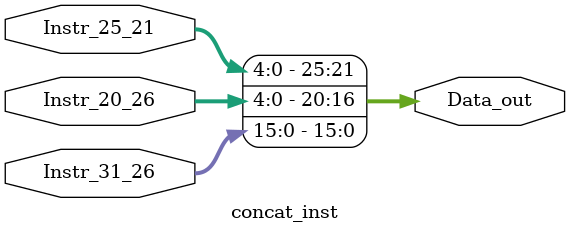
<source format=v>

module concat_inst(
    input   wire    [4:0]   Instr_25_21,
    input   wire    [4:0]   Instr_20_26,
    input   wire    [15:0]  Instr_31_26,
    output  wire    [25:0]  Data_out
);

    assign Data_out = {Instr_25_21, Instr_20_26, Instr_31_26};

endmodule
</source>
